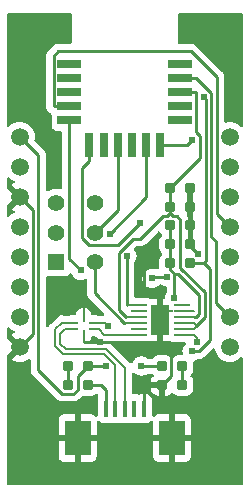
<source format=gtl>
G04 #@! TF.GenerationSoftware,KiCad,Pcbnew,(6.0.7-1)-1*
G04 #@! TF.CreationDate,2022-09-24T13:58:25+09:00*
G04 #@! TF.ProjectId,EB-BM71,45422d42-4d37-4312-9e6b-696361645f70,V1.0*
G04 #@! TF.SameCoordinates,Original*
G04 #@! TF.FileFunction,Copper,L1,Top*
G04 #@! TF.FilePolarity,Positive*
%FSLAX46Y46*%
G04 Gerber Fmt 4.6, Leading zero omitted, Abs format (unit mm)*
G04 Created by KiCad (PCBNEW (6.0.7-1)-1) date 2022-09-24 13:58:25*
%MOMM*%
%LPD*%
G01*
G04 APERTURE LIST*
G04 Aperture macros list*
%AMRoundRect*
0 Rectangle with rounded corners*
0 $1 Rounding radius*
0 $2 $3 $4 $5 $6 $7 $8 $9 X,Y pos of 4 corners*
0 Add a 4 corners polygon primitive as box body*
4,1,4,$2,$3,$4,$5,$6,$7,$8,$9,$2,$3,0*
0 Add four circle primitives for the rounded corners*
1,1,$1+$1,$2,$3*
1,1,$1+$1,$4,$5*
1,1,$1+$1,$6,$7*
1,1,$1+$1,$8,$9*
0 Add four rect primitives between the rounded corners*
20,1,$1+$1,$2,$3,$4,$5,0*
20,1,$1+$1,$4,$5,$6,$7,0*
20,1,$1+$1,$6,$7,$8,$9,0*
20,1,$1+$1,$8,$9,$2,$3,0*%
G04 Aperture macros list end*
G04 #@! TA.AperFunction,ComponentPad*
%ADD10C,1.500000*%
G04 #@! TD*
G04 #@! TA.AperFunction,SMDPad,CuDef*
%ADD11RoundRect,0.200000X-0.250000X-0.200000X0.250000X-0.200000X0.250000X0.200000X-0.250000X0.200000X0*%
G04 #@! TD*
G04 #@! TA.AperFunction,SMDPad,CuDef*
%ADD12R,0.400000X1.400000*%
G04 #@! TD*
G04 #@! TA.AperFunction,ComponentPad*
%ADD13R,2.200000X3.000000*%
G04 #@! TD*
G04 #@! TA.AperFunction,SMDPad,CuDef*
%ADD14R,1.400000X0.150000*%
G04 #@! TD*
G04 #@! TA.AperFunction,SMDPad,CuDef*
%ADD15R,0.350000X0.150000*%
G04 #@! TD*
G04 #@! TA.AperFunction,SMDPad,CuDef*
%ADD16R,1.500000X2.500000*%
G04 #@! TD*
G04 #@! TA.AperFunction,ComponentPad*
%ADD17R,2.000000X0.800000*%
G04 #@! TD*
G04 #@! TA.AperFunction,ComponentPad*
%ADD18R,0.800000X2.000000*%
G04 #@! TD*
G04 #@! TA.AperFunction,SMDPad,CuDef*
%ADD19R,0.675000X0.200000*%
G04 #@! TD*
G04 #@! TA.AperFunction,SMDPad,CuDef*
%ADD20R,0.200000X0.700000*%
G04 #@! TD*
G04 #@! TA.AperFunction,SMDPad,CuDef*
%ADD21RoundRect,0.200000X0.250000X0.200000X-0.250000X0.200000X-0.250000X-0.200000X0.250000X-0.200000X0*%
G04 #@! TD*
G04 #@! TA.AperFunction,ComponentPad*
%ADD22R,1.400000X1.400000*%
G04 #@! TD*
G04 #@! TA.AperFunction,ComponentPad*
%ADD23C,1.400000*%
G04 #@! TD*
G04 #@! TA.AperFunction,ViaPad*
%ADD24C,0.609600*%
G04 #@! TD*
G04 #@! TA.AperFunction,Conductor*
%ADD25C,0.254000*%
G04 #@! TD*
G04 #@! TA.AperFunction,Conductor*
%ADD26C,0.152400*%
G04 #@! TD*
G04 #@! TA.AperFunction,Conductor*
%ADD27C,0.203200*%
G04 #@! TD*
G04 APERTURE END LIST*
D10*
X8890000Y0D03*
X8890000Y-2540000D03*
X8890000Y-5080000D03*
X8890000Y-7620000D03*
X8890000Y-10160000D03*
X8890000Y-12700000D03*
X8890000Y-15240000D03*
X8890000Y-17780000D03*
D11*
X3150000Y-21000000D03*
X4850000Y-21000000D03*
D12*
X-1600000Y-23000000D03*
X-800000Y-23000000D03*
X0Y-23000000D03*
X800000Y-23000000D03*
X1600000Y-23000000D03*
D13*
X4000000Y-25500000D03*
X-4000000Y-25500000D03*
D11*
X3850000Y-7500000D03*
X5550000Y-7500000D03*
X3850000Y-10700000D03*
X5550000Y-10700000D03*
X3850000Y-9100000D03*
X5550000Y-9100000D03*
X-4850000Y-21000000D03*
X-3150000Y-21000000D03*
X3850000Y-5900000D03*
X5550000Y-5900000D03*
D14*
X4800000Y-16750000D03*
X4800000Y-16250000D03*
X4800000Y-15750000D03*
X4800000Y-15250000D03*
X4800000Y-14750000D03*
X4800000Y-14250000D03*
X1200000Y-14250000D03*
X1200000Y-14750000D03*
X1200000Y-15250000D03*
X1200000Y-15750000D03*
X1200000Y-16250000D03*
X1200000Y-16750000D03*
D15*
X3925000Y-14750000D03*
D16*
X3000000Y-15500000D03*
D11*
X3850000Y-4300000D03*
X5550000Y-4300000D03*
D17*
X-4700000Y6200000D03*
X-4700000Y5000000D03*
X-4700000Y3800000D03*
X-4700000Y2600000D03*
X-4700000Y1400000D03*
D18*
X-3000000Y-700000D03*
X-1800000Y-700000D03*
X-600000Y-700000D03*
X600000Y-700000D03*
X1800000Y-700000D03*
X3000000Y-700000D03*
D17*
X4700000Y1400000D03*
X4700000Y2600000D03*
X4700000Y3800000D03*
X4700000Y5000000D03*
X4700000Y6200000D03*
D11*
X3150000Y-19400000D03*
X4850000Y-19400000D03*
D10*
X-8890000Y0D03*
X-8890000Y-2540000D03*
X-8890000Y-5080000D03*
X-8890000Y-7620000D03*
X-8890000Y-10160000D03*
X-8890000Y-12700000D03*
X-8890000Y-15240000D03*
X-8890000Y-17780000D03*
D19*
X-4287500Y-16275000D03*
X-4287500Y-15725000D03*
D20*
X-3500000Y-15350000D03*
D19*
X-2712500Y-15725000D03*
X-2712500Y-16275000D03*
D20*
X-3500000Y-16650000D03*
D21*
X-3150000Y-19400000D03*
X-4850000Y-19400000D03*
D22*
X-5850000Y-10600000D03*
D23*
X-5850000Y-8100000D03*
X-5850000Y-5600000D03*
X-2550000Y-10600000D03*
X-2550000Y-8100000D03*
X-2550000Y-5600000D03*
D24*
X4185900Y-13630600D03*
X-1600000Y-19400000D03*
X1400000Y-19400000D03*
X-8000000Y-22000000D03*
X-2130500Y-17330500D03*
X-8000000Y-25000000D03*
X8000000Y9000000D03*
X-3400000Y-14100000D03*
X8000000Y-22000000D03*
X-8000000Y9000000D03*
X-9000000Y4000000D03*
X8000000Y-28000000D03*
X8000000Y-25000000D03*
X-6000000Y-14000000D03*
X2527500Y-10368200D03*
X1650900Y-13400900D03*
X6207300Y-9900400D03*
X-8000000Y-28000000D03*
X-1289000Y-8201500D03*
X6686200Y3397900D03*
X5690200Y-18160800D03*
X5723000Y-253000D03*
X1273700Y-7260300D03*
X-3753500Y-11281400D03*
X2289800Y-11976000D03*
X3560500Y-11829600D03*
X169400Y-10079200D03*
X-1400000Y-16000000D03*
X6100000Y-17400000D03*
D25*
X4195500Y-11566574D02*
X4518096Y-11566574D01*
X6307000Y-13355478D02*
X6307000Y-15000000D01*
D26*
X4800000Y-15250000D02*
X5850000Y-15250000D01*
D25*
X4195500Y-11566574D02*
X4195500Y-13621000D01*
X4518096Y-11566574D02*
X6307000Y-13355478D01*
X-4007900Y-20257900D02*
X-3150000Y-19400000D01*
X3850000Y-11221074D02*
X4195500Y-11566574D01*
X-7330000Y-1560000D02*
X-7330000Y-19744100D01*
X3850000Y-9100000D02*
X3850000Y-7500000D01*
X-3150000Y-19400000D02*
X-1600000Y-19400000D01*
X3850000Y-10700000D02*
X3850000Y-11221074D01*
X-4007900Y-21397800D02*
X-4007900Y-20257900D01*
X-4357000Y-21746900D02*
X-4007900Y-21397800D01*
X-7330000Y-19744100D02*
X-5327200Y-21746900D01*
X1400000Y-19400000D02*
X3150000Y-19400000D01*
X-5327200Y-21746900D02*
X-4357000Y-21746900D01*
X3850000Y-10700000D02*
X3850000Y-9100000D01*
X6057000Y-15250000D02*
X5850000Y-15250000D01*
X4195500Y-13621000D02*
X4185900Y-13630600D01*
X6307000Y-15000000D02*
X6057000Y-15250000D01*
X-8890000Y0D02*
X-7330000Y-1560000D01*
X-7795500Y-16685500D02*
X-8890000Y-17780000D01*
X1600000Y-23000000D02*
X1600000Y-21400000D01*
D26*
X-3500000Y-16650000D02*
X-3500000Y-17330500D01*
X-3500000Y-14200000D02*
X-3400000Y-14100000D01*
D25*
X2000000Y-21000000D02*
X3150000Y-21000000D01*
X-7795500Y-6174500D02*
X-7795500Y-16685500D01*
X1600000Y-23000000D02*
X1600000Y-23515200D01*
X3937700Y-18522200D02*
X2746000Y-17330500D01*
D26*
X4800000Y-14750000D02*
X5850000Y-14750000D01*
D25*
X3150000Y-21000000D02*
X3937700Y-20212300D01*
X3937700Y-20212300D02*
X3937700Y-18522200D01*
X1650900Y-11244800D02*
X1650900Y-13400900D01*
X5550000Y-7500000D02*
X5550000Y-9100000D01*
X-8890000Y-5080000D02*
X-7795500Y-6174500D01*
X5550000Y-9100000D02*
X5550000Y-9243100D01*
D26*
X-3500000Y-15350000D02*
X-3500000Y-14200000D01*
D25*
X2527500Y-10368200D02*
X1650900Y-11244800D01*
X5550000Y-9243100D02*
X6207300Y-9900400D01*
X2746000Y-17330500D02*
X-2130500Y-17330500D01*
X1600000Y-21400000D02*
X2000000Y-21000000D01*
X5550000Y-5900000D02*
X5550000Y-4300000D01*
X5550000Y-5900000D02*
X5550000Y-7500000D01*
X-2130500Y-17330500D02*
X-3500000Y-17330500D01*
D26*
X4800000Y-16250000D02*
X5850000Y-16250000D01*
X6000000Y-16000000D02*
X6000000Y-15900000D01*
D25*
X4100000Y-6700000D02*
X4400000Y-6700000D01*
D26*
X1200000Y-15250000D02*
X109700Y-15250000D01*
D25*
X6764200Y-15235800D02*
X6000000Y-16000000D01*
X4707900Y-7007900D02*
X4707900Y-11109800D01*
X6381200Y-1768800D02*
X6381200Y49800D01*
X4400000Y-6700000D02*
X4707900Y-7007900D01*
D26*
X6000000Y-16100000D02*
X6000000Y-16000000D01*
X6000000Y-15900000D02*
X5850000Y-15750000D01*
D25*
X4707900Y-11109800D02*
X6764200Y-13166100D01*
X3600000Y-6700000D02*
X3850000Y-6450000D01*
X3850000Y-4300000D02*
X6381200Y-1768800D01*
X-517900Y-9831900D02*
X708400Y-8605600D01*
X708400Y-8605600D02*
X1294400Y-8605600D01*
X3850000Y-5900000D02*
X3850000Y-4300000D01*
X109700Y-15250000D02*
X-517900Y-14622400D01*
X1294400Y-8605600D02*
X3200000Y-6700000D01*
X6381200Y49800D02*
X6030500Y400500D01*
X6030500Y400500D02*
X6030500Y3800000D01*
D26*
X109700Y-15250000D02*
X50000Y-15250000D01*
X5850000Y-16250000D02*
X6000000Y-16100000D01*
D25*
X3200000Y-6700000D02*
X3600000Y-6700000D01*
X6764200Y-13166100D02*
X6764200Y-15235800D01*
X3850000Y-6450000D02*
X4100000Y-6700000D01*
D26*
X5850000Y-15750000D02*
X4800000Y-15750000D01*
D25*
X-517900Y-14622400D02*
X-517900Y-9831900D01*
X3850000Y-6450000D02*
X3850000Y-5900000D01*
X4700000Y3800000D02*
X6030500Y3800000D01*
X4850000Y-19400000D02*
X4850000Y-21000000D01*
X-4850000Y-19400000D02*
X-4850000Y-21000000D01*
X-1600000Y-21400000D02*
X-2000000Y-21000000D01*
X-1600000Y-23000000D02*
X-1600000Y-21400000D01*
X-2000000Y-21000000D02*
X-3150000Y-21000000D01*
D26*
X-4287500Y-15725000D02*
X-5325000Y-15725000D01*
D27*
X-5900000Y-16300000D02*
X-5325000Y-15725000D01*
X-5200000Y-18400000D02*
X-5900000Y-17700000D01*
X-800000Y-19337900D02*
X-1737900Y-18400000D01*
X-5900000Y-17700000D02*
X-5900000Y-16300000D01*
X-800000Y-23000000D02*
X-800000Y-19337900D01*
X-1737900Y-18400000D02*
X-5200000Y-18400000D01*
X-5493600Y-16693600D02*
X-5075000Y-16275000D01*
D26*
X-4287500Y-16275000D02*
X-5075000Y-16275000D01*
D27*
X-5006400Y-17993600D02*
X-5493600Y-17506400D01*
X-1569600Y-17993600D02*
X-5006400Y-17993600D01*
X0Y-23000000D02*
X0Y-19563200D01*
X0Y-19563200D02*
X-1569600Y-17993600D01*
X-5493600Y-17506400D02*
X-5493600Y-16693600D01*
D25*
X1800000Y-5112500D02*
X-1289000Y-8201500D01*
X1800000Y-700000D02*
X1800000Y-5112500D01*
X5550000Y-10700000D02*
X6716500Y-10700000D01*
X6873300Y-10543200D02*
X6873300Y3210800D01*
X6270600Y-18160800D02*
X5690200Y-18160800D01*
X6873300Y3210800D02*
X6686200Y3397900D01*
X7221800Y-11205300D02*
X7221800Y-17209600D01*
X6716500Y-10700000D02*
X7221800Y-11205300D01*
X7221800Y-17209600D02*
X6270600Y-18160800D01*
X6716500Y-10700000D02*
X6873300Y-10543200D01*
X3000000Y-700000D02*
X5276000Y-700000D01*
X5276000Y-700000D02*
X5723000Y-253000D01*
X7788500Y5047200D02*
X7788500Y-6518500D01*
X-5644100Y7237600D02*
X5598100Y7237600D01*
X5598100Y7237600D02*
X7788500Y5047200D01*
X7788500Y-6518500D02*
X8890000Y-7620000D01*
X-6030500Y2600000D02*
X-6030500Y6851200D01*
X-4700000Y2600000D02*
X-6030500Y2600000D01*
X-6030500Y6851200D02*
X-5644100Y7237600D01*
X-620800Y-9154800D02*
X-3001500Y-9154800D01*
X1273700Y-7260300D02*
X-620800Y-9154800D01*
X-3000000Y-700000D02*
X-3000000Y-2030500D01*
X-3587100Y-8569200D02*
X-3587100Y-2617600D01*
X-3001500Y-9154800D02*
X-3587100Y-8569200D01*
X-3587100Y-2617600D02*
X-3000000Y-2030500D01*
X3560500Y-11829600D02*
X2436200Y-11829600D01*
X-4700000Y-10334900D02*
X-3753500Y-11281400D01*
X2436200Y-11829600D02*
X2289800Y-11976000D01*
X-4700000Y1400000D02*
X-4700000Y-10334900D01*
X7330900Y-8458700D02*
X7679400Y-8807200D01*
X4700000Y5000000D02*
X6030500Y5000000D01*
X7330900Y3699600D02*
X7330900Y-8458700D01*
X6030500Y5000000D02*
X7330900Y3699600D01*
X7679400Y-8807200D02*
X7679400Y-14029400D01*
X7679400Y-14029400D02*
X8890000Y-15240000D01*
D26*
X1200000Y-14250000D02*
X169400Y-14250000D01*
D25*
X169400Y-14250000D02*
X169400Y-10079200D01*
X-50200Y-15750000D02*
X-2550000Y-13250200D01*
X50000Y-15750000D02*
X-50200Y-15750000D01*
X-2550000Y-13250200D02*
X-2550000Y-10600000D01*
D26*
X1200000Y-15750000D02*
X50000Y-15750000D01*
D25*
X-600000Y-2030500D02*
X-600000Y-6150000D01*
X-600000Y-700000D02*
X-600000Y-2030500D01*
X-600000Y-6150000D02*
X-2550000Y-8100000D01*
D26*
X-2712500Y-15725000D02*
X-1675000Y-15725000D01*
X6100000Y-17400000D02*
X6100000Y-17000000D01*
X6100000Y-17000000D02*
X5850000Y-16750000D01*
X-1675000Y-15725000D02*
X-1400000Y-16000000D01*
X5850000Y-16750000D02*
X4800000Y-16750000D01*
X-2225000Y-16275000D02*
X-2712500Y-16275000D01*
X-1750000Y-16750000D02*
X-2225000Y-16275000D01*
X1200000Y-16750000D02*
X-1750000Y-16750000D01*
G04 #@! TA.AperFunction,Conductor*
G36*
X-9782988Y-16127253D02*
G01*
X-9776405Y-16133382D01*
X-9702038Y-16207749D01*
X-9697529Y-16210906D01*
X-9697527Y-16210908D01*
X-9680035Y-16223156D01*
X-9521654Y-16334056D01*
X-9516672Y-16336379D01*
X-9516667Y-16336382D01*
X-9388641Y-16396081D01*
X-9335356Y-16442998D01*
X-9315895Y-16511276D01*
X-9336437Y-16579236D01*
X-9388641Y-16624471D01*
X-9516417Y-16684054D01*
X-9525907Y-16689534D01*
X-9567149Y-16718411D01*
X-9575523Y-16728886D01*
X-9568455Y-16742333D01*
X-8619884Y-17690905D01*
X-8585859Y-17753217D01*
X-8590924Y-17824033D01*
X-8619885Y-17869095D01*
X-8890000Y-18139210D01*
X-9569176Y-18818387D01*
X-9575606Y-18830162D01*
X-9566310Y-18842176D01*
X-9525912Y-18870464D01*
X-9516416Y-18875947D01*
X-9326887Y-18964326D01*
X-9316595Y-18968072D01*
X-9114599Y-19022196D01*
X-9103804Y-19024099D01*
X-8895475Y-19042326D01*
X-8884525Y-19042326D01*
X-8676196Y-19024099D01*
X-8665401Y-19022196D01*
X-8463405Y-18968072D01*
X-8453113Y-18964326D01*
X-8263584Y-18875947D01*
X-8254088Y-18870464D01*
X-8163771Y-18807223D01*
X-8096497Y-18784535D01*
X-8027636Y-18801820D01*
X-7979052Y-18853590D01*
X-7965500Y-18910436D01*
X-7965500Y-19665080D01*
X-7966030Y-19676314D01*
X-7967708Y-19683819D01*
X-7967459Y-19691738D01*
X-7965562Y-19752112D01*
X-7965500Y-19756069D01*
X-7965500Y-19784083D01*
X-7965004Y-19788008D01*
X-7965004Y-19788009D01*
X-7964992Y-19788104D01*
X-7964059Y-19799949D01*
X-7962665Y-19844305D01*
X-7960453Y-19851917D01*
X-7956987Y-19863848D01*
X-7952977Y-19883212D01*
X-7951652Y-19893699D01*
X-7950427Y-19903399D01*
X-7947511Y-19910763D01*
X-7947510Y-19910768D01*
X-7934093Y-19944656D01*
X-7930248Y-19955885D01*
X-7917869Y-19998493D01*
X-7913831Y-20005320D01*
X-7913830Y-20005323D01*
X-7907512Y-20016006D01*
X-7898812Y-20033764D01*
X-7894239Y-20045315D01*
X-7894235Y-20045321D01*
X-7891319Y-20052688D01*
X-7886661Y-20059099D01*
X-7886660Y-20059101D01*
X-7865236Y-20088588D01*
X-7858719Y-20098510D01*
X-7840174Y-20129868D01*
X-7840171Y-20129872D01*
X-7836134Y-20136698D01*
X-7821750Y-20151082D01*
X-7808909Y-20166116D01*
X-7803161Y-20174028D01*
X-7796942Y-20182587D01*
X-7790834Y-20187640D01*
X-7762745Y-20210877D01*
X-7753965Y-20218867D01*
X-5832450Y-22140383D01*
X-5824874Y-22148709D01*
X-5820753Y-22155203D01*
X-5814978Y-22160626D01*
X-5770935Y-22201985D01*
X-5768093Y-22204740D01*
X-5748294Y-22224539D01*
X-5745169Y-22226963D01*
X-5745160Y-22226971D01*
X-5745074Y-22227037D01*
X-5736049Y-22234745D01*
X-5703706Y-22265117D01*
X-5696762Y-22268935D01*
X-5696760Y-22268936D01*
X-5685871Y-22274922D01*
X-5669353Y-22285773D01*
X-5653267Y-22298250D01*
X-5612534Y-22315876D01*
X-5601886Y-22321093D01*
X-5590258Y-22327485D01*
X-5563003Y-22342469D01*
X-5555328Y-22344440D01*
X-5555322Y-22344442D01*
X-5543289Y-22347531D01*
X-5524587Y-22353934D01*
X-5505908Y-22362017D01*
X-5472382Y-22367327D01*
X-5462073Y-22368960D01*
X-5450460Y-22371365D01*
X-5407482Y-22382400D01*
X-5387135Y-22382400D01*
X-5367423Y-22383951D01*
X-5347321Y-22387135D01*
X-5339429Y-22386389D01*
X-5303144Y-22382959D01*
X-5291286Y-22382400D01*
X-4436020Y-22382400D01*
X-4424786Y-22382930D01*
X-4417281Y-22384608D01*
X-4348988Y-22382462D01*
X-4345031Y-22382400D01*
X-4317017Y-22382400D01*
X-4313092Y-22381904D01*
X-4313091Y-22381904D01*
X-4312996Y-22381892D01*
X-4301151Y-22380959D01*
X-4271330Y-22380022D01*
X-4264718Y-22379814D01*
X-4264717Y-22379814D01*
X-4256795Y-22379565D01*
X-4237251Y-22373887D01*
X-4217888Y-22369877D01*
X-4205560Y-22368320D01*
X-4205558Y-22368320D01*
X-4197701Y-22367327D01*
X-4190337Y-22364411D01*
X-4190332Y-22364410D01*
X-4156444Y-22350993D01*
X-4145215Y-22347148D01*
X-4128535Y-22342302D01*
X-4102607Y-22334769D01*
X-4095780Y-22330731D01*
X-4095777Y-22330730D01*
X-4085094Y-22324412D01*
X-4067336Y-22315712D01*
X-4055785Y-22311139D01*
X-4055779Y-22311135D01*
X-4048412Y-22308219D01*
X-4039023Y-22301398D01*
X-4012512Y-22282136D01*
X-4002590Y-22275619D01*
X-3971232Y-22257074D01*
X-3971228Y-22257071D01*
X-3964402Y-22253034D01*
X-3950018Y-22238650D01*
X-3934984Y-22225809D01*
X-3924927Y-22218502D01*
X-3918513Y-22213842D01*
X-3890228Y-22179651D01*
X-3882238Y-22170870D01*
X-3646357Y-21934990D01*
X-3584045Y-21900965D01*
X-3533900Y-21900550D01*
X-3530062Y-21901753D01*
X-3523410Y-21902364D01*
X-3523406Y-21902365D01*
X-3493387Y-21905123D01*
X-3456635Y-21908500D01*
X-3453737Y-21908500D01*
X-3149205Y-21908499D01*
X-2843366Y-21908499D01*
X-2840508Y-21908236D01*
X-2840499Y-21908236D01*
X-2804996Y-21904974D01*
X-2769938Y-21901753D01*
X-2754063Y-21896778D01*
X-2613550Y-21852744D01*
X-2613548Y-21852743D01*
X-2606301Y-21850472D01*
X-2459619Y-21761639D01*
X-2450595Y-21752615D01*
X-2388283Y-21718589D01*
X-2317468Y-21723654D01*
X-2260632Y-21766201D01*
X-2235821Y-21832721D01*
X-2235500Y-21841710D01*
X-2235500Y-21996103D01*
X-2249881Y-22052316D01*
X-2250615Y-22053295D01*
X-2253766Y-22061701D01*
X-2253768Y-22061704D01*
X-2283263Y-22140383D01*
X-2301745Y-22189684D01*
X-2308500Y-22251866D01*
X-2308500Y-23563893D01*
X-2328502Y-23632014D01*
X-2382158Y-23678507D01*
X-2452432Y-23688611D01*
X-2517012Y-23659117D01*
X-2525136Y-23650397D01*
X-2525365Y-23650626D01*
X-2544276Y-23631715D01*
X-2646351Y-23555214D01*
X-2661946Y-23546676D01*
X-2782394Y-23501522D01*
X-2797649Y-23497895D01*
X-2848514Y-23492369D01*
X-2855328Y-23492000D01*
X-3727885Y-23492000D01*
X-3743124Y-23496475D01*
X-3744329Y-23497865D01*
X-3746000Y-23505548D01*
X-3746000Y-25227885D01*
X-3741525Y-25243124D01*
X-3740135Y-25244329D01*
X-3732452Y-25246000D01*
X-2410116Y-25246000D01*
X-2394877Y-25241525D01*
X-2393672Y-25240135D01*
X-2392001Y-25232452D01*
X-2392001Y-24136272D01*
X-2371999Y-24068151D01*
X-2318343Y-24021658D01*
X-2248069Y-24011554D01*
X-2183489Y-24041048D01*
X-2175203Y-24049942D01*
X-2174992Y-24049731D01*
X-2168642Y-24056081D01*
X-2163261Y-24063261D01*
X-2046705Y-24150615D01*
X-1910316Y-24201745D01*
X-1848134Y-24208500D01*
X-1351866Y-24208500D01*
X-1347254Y-24207999D01*
X-1297534Y-24202598D01*
X-1297532Y-24202598D01*
X-1289684Y-24201745D01*
X-1282291Y-24198973D01*
X-1282289Y-24198973D01*
X-1244229Y-24184705D01*
X-1173422Y-24179522D01*
X-1155771Y-24184705D01*
X-1117711Y-24198973D01*
X-1117709Y-24198973D01*
X-1110316Y-24201745D01*
X-1102468Y-24202598D01*
X-1102466Y-24202598D01*
X-1052746Y-24207999D01*
X-1048134Y-24208500D01*
X-551866Y-24208500D01*
X-547254Y-24207999D01*
X-497534Y-24202598D01*
X-497532Y-24202598D01*
X-489684Y-24201745D01*
X-482291Y-24198973D01*
X-482289Y-24198973D01*
X-444229Y-24184705D01*
X-373422Y-24179522D01*
X-355771Y-24184705D01*
X-317711Y-24198973D01*
X-317709Y-24198973D01*
X-310316Y-24201745D01*
X-302468Y-24202598D01*
X-302466Y-24202598D01*
X-252746Y-24207999D01*
X-248134Y-24208500D01*
X248134Y-24208500D01*
X252746Y-24207999D01*
X302466Y-24202598D01*
X302468Y-24202598D01*
X310316Y-24201745D01*
X317709Y-24198973D01*
X317711Y-24198973D01*
X355771Y-24184705D01*
X426578Y-24179522D01*
X444229Y-24184705D01*
X482289Y-24198973D01*
X482291Y-24198973D01*
X489684Y-24201745D01*
X497532Y-24202598D01*
X497534Y-24202598D01*
X547254Y-24207999D01*
X551866Y-24208500D01*
X1048134Y-24208500D01*
X1110316Y-24201745D01*
X1156482Y-24184438D01*
X1227289Y-24179255D01*
X1244942Y-24184438D01*
X1282394Y-24198478D01*
X1297649Y-24202105D01*
X1348514Y-24207631D01*
X1355328Y-24208000D01*
X1381885Y-24208000D01*
X1391748Y-24205104D01*
X1427246Y-24200000D01*
X1763228Y-24200000D01*
X1790010Y-24202879D01*
X1813547Y-24207999D01*
X1844669Y-24207999D01*
X1851490Y-24207629D01*
X1902352Y-24202105D01*
X1917604Y-24198479D01*
X2038054Y-24153324D01*
X2053649Y-24144786D01*
X2155724Y-24068285D01*
X2174635Y-24049374D01*
X2176596Y-24051335D01*
X2222030Y-24017361D01*
X2292849Y-24012334D01*
X2355143Y-24046392D01*
X2389135Y-24108722D01*
X2392000Y-24135440D01*
X2392000Y-25227885D01*
X2396475Y-25243124D01*
X2397865Y-25244329D01*
X2405548Y-25246000D01*
X3727885Y-25246000D01*
X3743124Y-25241525D01*
X3744329Y-25240135D01*
X3746000Y-25232452D01*
X3746000Y-25227885D01*
X4254000Y-25227885D01*
X4258475Y-25243124D01*
X4259865Y-25244329D01*
X4267548Y-25246000D01*
X5589884Y-25246000D01*
X5605123Y-25241525D01*
X5606328Y-25240135D01*
X5607999Y-25232452D01*
X5607999Y-23955331D01*
X5607629Y-23948510D01*
X5602105Y-23897648D01*
X5598479Y-23882396D01*
X5553324Y-23761946D01*
X5544786Y-23746351D01*
X5468285Y-23644276D01*
X5455724Y-23631715D01*
X5353649Y-23555214D01*
X5338054Y-23546676D01*
X5217606Y-23501522D01*
X5202351Y-23497895D01*
X5151486Y-23492369D01*
X5144672Y-23492000D01*
X4272115Y-23492000D01*
X4256876Y-23496475D01*
X4255671Y-23497865D01*
X4254000Y-23505548D01*
X4254000Y-25227885D01*
X3746000Y-25227885D01*
X3746000Y-23510116D01*
X3741525Y-23494877D01*
X3740135Y-23493672D01*
X3732452Y-23492001D01*
X2855331Y-23492001D01*
X2848510Y-23492371D01*
X2797648Y-23497895D01*
X2782396Y-23501521D01*
X2661946Y-23546676D01*
X2646351Y-23555214D01*
X2544276Y-23631715D01*
X2525365Y-23650626D01*
X2523404Y-23648665D01*
X2477970Y-23682639D01*
X2407151Y-23687666D01*
X2344857Y-23653608D01*
X2310865Y-23591278D01*
X2308000Y-23564560D01*
X2308000Y-23218115D01*
X2305104Y-23208252D01*
X2300000Y-23172754D01*
X2300000Y-22836772D01*
X2302879Y-22809990D01*
X2307999Y-22786453D01*
X2307999Y-22255331D01*
X2307629Y-22248510D01*
X2302105Y-22197648D01*
X2298479Y-22182396D01*
X2253324Y-22061946D01*
X2244786Y-22046351D01*
X2168285Y-21944276D01*
X2155724Y-21931715D01*
X2053649Y-21855214D01*
X2038054Y-21846676D01*
X1917606Y-21801522D01*
X1902351Y-21797895D01*
X1851486Y-21792369D01*
X1844672Y-21792000D01*
X1818115Y-21792000D01*
X1808252Y-21794896D01*
X1772754Y-21800000D01*
X1436772Y-21800000D01*
X1409990Y-21797121D01*
X1386453Y-21792001D01*
X1355331Y-21792001D01*
X1348510Y-21792371D01*
X1297648Y-21797895D01*
X1282396Y-21801521D01*
X1244942Y-21815562D01*
X1174135Y-21820745D01*
X1156482Y-21815562D01*
X1110316Y-21798255D01*
X1048134Y-21791500D01*
X736100Y-21791500D01*
X667979Y-21771498D01*
X621486Y-21717842D01*
X610100Y-21665500D01*
X610100Y-21264294D01*
X2192709Y-21264294D01*
X2198132Y-21323315D01*
X2200743Y-21336351D01*
X2247715Y-21486243D01*
X2253921Y-21499988D01*
X2334824Y-21633574D01*
X2344131Y-21645443D01*
X2454557Y-21755869D01*
X2466426Y-21765176D01*
X2600012Y-21846079D01*
X2613757Y-21852285D01*
X2763644Y-21899256D01*
X2776694Y-21901869D01*
X2840521Y-21907734D01*
X2846309Y-21908000D01*
X2877885Y-21908000D01*
X2893124Y-21903525D01*
X2894329Y-21902135D01*
X2896000Y-21894452D01*
X2896000Y-21272115D01*
X2891525Y-21256876D01*
X2890135Y-21255671D01*
X2882452Y-21254000D01*
X2210116Y-21254000D01*
X2194877Y-21258475D01*
X2193672Y-21259865D01*
X2192709Y-21264294D01*
X610100Y-21264294D01*
X610100Y-20064752D01*
X630102Y-19996631D01*
X683758Y-19950138D01*
X754032Y-19940034D01*
X818612Y-19969528D01*
X826737Y-19977225D01*
X878303Y-20030623D01*
X884195Y-20034478D01*
X884199Y-20034482D01*
X1000986Y-20110905D01*
X1030981Y-20130533D01*
X1037585Y-20132989D01*
X1037587Y-20132990D01*
X1086235Y-20151082D01*
X1202000Y-20194135D01*
X1382860Y-20218267D01*
X1389871Y-20217629D01*
X1389875Y-20217629D01*
X1529580Y-20204914D01*
X1564571Y-20201729D01*
X1571273Y-20199551D01*
X1571275Y-20199551D01*
X1731405Y-20147522D01*
X1731408Y-20147521D01*
X1738104Y-20145345D01*
X1764067Y-20129868D01*
X1892561Y-20053271D01*
X1957078Y-20035500D01*
X2281290Y-20035500D01*
X2349411Y-20055502D01*
X2370385Y-20072405D01*
X2409239Y-20111259D01*
X2443265Y-20173571D01*
X2438200Y-20244386D01*
X2409239Y-20289449D01*
X2344131Y-20354557D01*
X2334824Y-20366426D01*
X2253921Y-20500012D01*
X2247715Y-20513757D01*
X2200744Y-20663644D01*
X2198131Y-20676694D01*
X2193087Y-20731586D01*
X2196475Y-20743124D01*
X2197865Y-20744329D01*
X2205548Y-20746000D01*
X3278000Y-20746000D01*
X3346121Y-20766002D01*
X3392614Y-20819658D01*
X3404000Y-20872000D01*
X3404000Y-21889884D01*
X3408475Y-21905123D01*
X3409865Y-21906328D01*
X3417548Y-21907999D01*
X3453705Y-21907999D01*
X3459454Y-21907736D01*
X3523315Y-21901868D01*
X3536351Y-21899257D01*
X3686243Y-21852285D01*
X3699988Y-21846079D01*
X3833574Y-21765176D01*
X3845443Y-21755869D01*
X3910551Y-21690761D01*
X3972863Y-21656735D01*
X4043678Y-21661800D01*
X4088741Y-21690761D01*
X4159619Y-21761639D01*
X4306301Y-21850472D01*
X4313548Y-21852743D01*
X4313550Y-21852744D01*
X4379836Y-21873517D01*
X4469938Y-21901753D01*
X4543365Y-21908500D01*
X4546263Y-21908500D01*
X4850795Y-21908499D01*
X5156634Y-21908499D01*
X5159492Y-21908236D01*
X5159501Y-21908236D01*
X5195004Y-21904974D01*
X5230062Y-21901753D01*
X5245937Y-21896778D01*
X5386450Y-21852744D01*
X5386452Y-21852743D01*
X5393699Y-21850472D01*
X5540381Y-21761639D01*
X5661639Y-21640381D01*
X5750472Y-21493699D01*
X5801753Y-21330062D01*
X5808500Y-21256635D01*
X5808499Y-20743366D01*
X5801753Y-20669938D01*
X5755505Y-20522361D01*
X5752744Y-20513550D01*
X5752743Y-20513548D01*
X5750472Y-20506301D01*
X5661639Y-20359619D01*
X5591115Y-20289095D01*
X5557089Y-20226783D01*
X5562154Y-20155968D01*
X5591115Y-20110905D01*
X5661639Y-20040381D01*
X5750472Y-19893699D01*
X5753759Y-19883212D01*
X5793603Y-19756069D01*
X5801753Y-19730062D01*
X5808500Y-19656635D01*
X5808499Y-19143366D01*
X5808234Y-19140474D01*
X5805180Y-19107241D01*
X5802918Y-19082620D01*
X5816604Y-19012956D01*
X5865781Y-18961749D01*
X5889454Y-18951260D01*
X6021605Y-18908322D01*
X6021608Y-18908321D01*
X6028304Y-18906145D01*
X6038938Y-18899806D01*
X6180797Y-18815242D01*
X6241356Y-18797533D01*
X6275126Y-18796472D01*
X6278613Y-18796362D01*
X6282569Y-18796300D01*
X6310583Y-18796300D01*
X6314508Y-18795804D01*
X6314509Y-18795804D01*
X6314604Y-18795792D01*
X6326449Y-18794859D01*
X6356270Y-18793922D01*
X6362882Y-18793714D01*
X6362883Y-18793714D01*
X6370805Y-18793465D01*
X6390349Y-18787787D01*
X6409712Y-18783777D01*
X6422040Y-18782220D01*
X6422042Y-18782220D01*
X6429899Y-18781227D01*
X6437263Y-18778311D01*
X6437268Y-18778310D01*
X6471156Y-18764893D01*
X6482385Y-18761048D01*
X6499065Y-18756202D01*
X6524993Y-18748669D01*
X6531820Y-18744631D01*
X6531823Y-18744630D01*
X6542506Y-18738312D01*
X6560264Y-18729612D01*
X6571815Y-18725039D01*
X6571821Y-18725035D01*
X6579188Y-18722119D01*
X6615091Y-18696034D01*
X6625010Y-18689519D01*
X6656368Y-18670974D01*
X6656372Y-18670971D01*
X6663198Y-18666934D01*
X6677582Y-18652550D01*
X6692616Y-18639709D01*
X6702673Y-18632402D01*
X6709087Y-18627742D01*
X6737373Y-18593550D01*
X6745363Y-18584769D01*
X7429468Y-17900665D01*
X7491780Y-17866640D01*
X7562596Y-17871705D01*
X7619431Y-17914252D01*
X7644084Y-17978781D01*
X7645885Y-17999371D01*
X7702880Y-18212076D01*
X7705205Y-18217061D01*
X7793618Y-18406666D01*
X7793621Y-18406671D01*
X7795944Y-18411653D01*
X7799100Y-18416160D01*
X7799101Y-18416162D01*
X7857978Y-18500246D01*
X7922251Y-18592038D01*
X8077962Y-18747749D01*
X8082471Y-18750906D01*
X8082473Y-18750908D01*
X8131190Y-18785020D01*
X8258346Y-18874056D01*
X8457924Y-18967120D01*
X8670629Y-19024115D01*
X8890000Y-19043307D01*
X9109371Y-19024115D01*
X9322076Y-18967120D01*
X9521654Y-18874056D01*
X9648810Y-18785020D01*
X9697527Y-18750908D01*
X9697529Y-18750906D01*
X9702038Y-18747749D01*
X9776405Y-18673382D01*
X9838717Y-18639356D01*
X9909532Y-18644421D01*
X9966368Y-18686968D01*
X9991179Y-18753488D01*
X9991500Y-18762477D01*
X9991500Y-29365500D01*
X9971498Y-29433621D01*
X9917842Y-29480114D01*
X9865500Y-29491500D01*
X-9865500Y-29491500D01*
X-9933621Y-29471498D01*
X-9980114Y-29417842D01*
X-9991500Y-29365500D01*
X-9991500Y-27044669D01*
X-5607999Y-27044669D01*
X-5607629Y-27051490D01*
X-5602105Y-27102352D01*
X-5598479Y-27117604D01*
X-5553324Y-27238054D01*
X-5544786Y-27253649D01*
X-5468285Y-27355724D01*
X-5455724Y-27368285D01*
X-5353649Y-27444786D01*
X-5338054Y-27453324D01*
X-5217606Y-27498478D01*
X-5202351Y-27502105D01*
X-5151486Y-27507631D01*
X-5144672Y-27508000D01*
X-4272115Y-27508000D01*
X-4256876Y-27503525D01*
X-4255671Y-27502135D01*
X-4254000Y-27494452D01*
X-4254000Y-27489884D01*
X-3746000Y-27489884D01*
X-3741525Y-27505123D01*
X-3740135Y-27506328D01*
X-3732452Y-27507999D01*
X-2855331Y-27507999D01*
X-2848510Y-27507629D01*
X-2797648Y-27502105D01*
X-2782396Y-27498479D01*
X-2661946Y-27453324D01*
X-2646351Y-27444786D01*
X-2544276Y-27368285D01*
X-2531715Y-27355724D01*
X-2455214Y-27253649D01*
X-2446676Y-27238054D01*
X-2401522Y-27117606D01*
X-2397895Y-27102351D01*
X-2392369Y-27051486D01*
X-2392000Y-27044672D01*
X-2392000Y-27044669D01*
X2392001Y-27044669D01*
X2392371Y-27051490D01*
X2397895Y-27102352D01*
X2401521Y-27117604D01*
X2446676Y-27238054D01*
X2455214Y-27253649D01*
X2531715Y-27355724D01*
X2544276Y-27368285D01*
X2646351Y-27444786D01*
X2661946Y-27453324D01*
X2782394Y-27498478D01*
X2797649Y-27502105D01*
X2848514Y-27507631D01*
X2855328Y-27508000D01*
X3727885Y-27508000D01*
X3743124Y-27503525D01*
X3744329Y-27502135D01*
X3746000Y-27494452D01*
X3746000Y-27489884D01*
X4254000Y-27489884D01*
X4258475Y-27505123D01*
X4259865Y-27506328D01*
X4267548Y-27507999D01*
X5144669Y-27507999D01*
X5151490Y-27507629D01*
X5202352Y-27502105D01*
X5217604Y-27498479D01*
X5338054Y-27453324D01*
X5353649Y-27444786D01*
X5455724Y-27368285D01*
X5468285Y-27355724D01*
X5544786Y-27253649D01*
X5553324Y-27238054D01*
X5598478Y-27117606D01*
X5602105Y-27102351D01*
X5607631Y-27051486D01*
X5608000Y-27044672D01*
X5608000Y-25772115D01*
X5603525Y-25756876D01*
X5602135Y-25755671D01*
X5594452Y-25754000D01*
X4272115Y-25754000D01*
X4256876Y-25758475D01*
X4255671Y-25759865D01*
X4254000Y-25767548D01*
X4254000Y-27489884D01*
X3746000Y-27489884D01*
X3746000Y-25772115D01*
X3741525Y-25756876D01*
X3740135Y-25755671D01*
X3732452Y-25754000D01*
X2410116Y-25754000D01*
X2394877Y-25758475D01*
X2393672Y-25759865D01*
X2392001Y-25767548D01*
X2392001Y-27044669D01*
X-2392000Y-27044669D01*
X-2392000Y-25772115D01*
X-2396475Y-25756876D01*
X-2397865Y-25755671D01*
X-2405548Y-25754000D01*
X-3727885Y-25754000D01*
X-3743124Y-25758475D01*
X-3744329Y-25759865D01*
X-3746000Y-25767548D01*
X-3746000Y-27489884D01*
X-4254000Y-27489884D01*
X-4254000Y-25772115D01*
X-4258475Y-25756876D01*
X-4259865Y-25755671D01*
X-4267548Y-25754000D01*
X-5589884Y-25754000D01*
X-5605123Y-25758475D01*
X-5606328Y-25759865D01*
X-5607999Y-25767548D01*
X-5607999Y-27044669D01*
X-9991500Y-27044669D01*
X-9991500Y-25227885D01*
X-5608000Y-25227885D01*
X-5603525Y-25243124D01*
X-5602135Y-25244329D01*
X-5594452Y-25246000D01*
X-4272115Y-25246000D01*
X-4256876Y-25241525D01*
X-4255671Y-25240135D01*
X-4254000Y-25232452D01*
X-4254000Y-23510116D01*
X-4258475Y-23494877D01*
X-4259865Y-23493672D01*
X-4267548Y-23492001D01*
X-5144669Y-23492001D01*
X-5151490Y-23492371D01*
X-5202352Y-23497895D01*
X-5217604Y-23501521D01*
X-5338054Y-23546676D01*
X-5353649Y-23555214D01*
X-5455724Y-23631715D01*
X-5468285Y-23644276D01*
X-5544786Y-23746351D01*
X-5553324Y-23761946D01*
X-5598478Y-23882394D01*
X-5602105Y-23897649D01*
X-5607631Y-23948514D01*
X-5608000Y-23955328D01*
X-5608000Y-25227885D01*
X-9991500Y-25227885D01*
X-9991500Y-18568125D01*
X-9971498Y-18500004D01*
X-9941067Y-18472120D01*
X-9941199Y-18471988D01*
X-9262021Y-17792811D01*
X-9254408Y-17778868D01*
X-9254539Y-17777034D01*
X-9258790Y-17770420D01*
X-9941199Y-17088012D01*
X-9940631Y-17087444D01*
X-9976088Y-17051985D01*
X-9991500Y-16991601D01*
X-9991500Y-16222477D01*
X-9971498Y-16154356D01*
X-9917842Y-16107863D01*
X-9847568Y-16097759D01*
X-9782988Y-16127253D01*
G37*
G04 #@! TD.AperFunction*
G04 #@! TA.AperFunction,Conductor*
G36*
X2914526Y-7988372D02*
G01*
X2971362Y-8030919D01*
X2978270Y-8041158D01*
X3034421Y-8133877D01*
X3034426Y-8133883D01*
X3038361Y-8140381D01*
X3108885Y-8210905D01*
X3142911Y-8273217D01*
X3137846Y-8344032D01*
X3108885Y-8389095D01*
X3038361Y-8459619D01*
X2949528Y-8606301D01*
X2947257Y-8613548D01*
X2947256Y-8613550D01*
X2926483Y-8679836D01*
X2898247Y-8769938D01*
X2891500Y-8843365D01*
X2891501Y-9356634D01*
X2898247Y-9430062D01*
X2900246Y-9436440D01*
X2900246Y-9436441D01*
X2939940Y-9563103D01*
X2949528Y-9593699D01*
X3038361Y-9740381D01*
X3108885Y-9810905D01*
X3142911Y-9873217D01*
X3137846Y-9944032D01*
X3108885Y-9989095D01*
X3038361Y-10059619D01*
X2949528Y-10206301D01*
X2947257Y-10213548D01*
X2947256Y-10213550D01*
X2936389Y-10248226D01*
X2898247Y-10369938D01*
X2891500Y-10443365D01*
X2891501Y-10956634D01*
X2891764Y-10959492D01*
X2891764Y-10959501D01*
X2895026Y-10995004D01*
X2898247Y-11030062D01*
X2900246Y-11036442D01*
X2901559Y-11042996D01*
X2898571Y-11043595D01*
X2899686Y-11101253D01*
X2862465Y-11161710D01*
X2798467Y-11192447D01*
X2778126Y-11194100D01*
X2540363Y-11194100D01*
X2498096Y-11186799D01*
X2483335Y-11181543D01*
X2483334Y-11181543D01*
X2476693Y-11179178D01*
X2295514Y-11157574D01*
X2288511Y-11158310D01*
X2288510Y-11158310D01*
X2256161Y-11161710D01*
X2114051Y-11176646D01*
X2107383Y-11178916D01*
X1947990Y-11233178D01*
X1947987Y-11233179D01*
X1941323Y-11235448D01*
X1785914Y-11331056D01*
X1655550Y-11458718D01*
X1556708Y-11612090D01*
X1554299Y-11618710D01*
X1554297Y-11618713D01*
X1497505Y-11774748D01*
X1494302Y-11783549D01*
X1471434Y-11964573D01*
X1472121Y-11971580D01*
X1472121Y-11971583D01*
X1477176Y-12023139D01*
X1489239Y-12146164D01*
X1546833Y-12319299D01*
X1550482Y-12325324D01*
X1635134Y-12465100D01*
X1641354Y-12475371D01*
X1768103Y-12606623D01*
X1773995Y-12610478D01*
X1773999Y-12610482D01*
X1914885Y-12702675D01*
X1920781Y-12706533D01*
X1927385Y-12708989D01*
X1927387Y-12708990D01*
X1966855Y-12723668D01*
X2091800Y-12770135D01*
X2272660Y-12794267D01*
X2279671Y-12793629D01*
X2279675Y-12793629D01*
X2419380Y-12780914D01*
X2454371Y-12777729D01*
X2461073Y-12775551D01*
X2461075Y-12775551D01*
X2621205Y-12723522D01*
X2621208Y-12723521D01*
X2627904Y-12721345D01*
X2652752Y-12706533D01*
X2778577Y-12631527D01*
X2778580Y-12631525D01*
X2784632Y-12627917D01*
X2916766Y-12502087D01*
X2918433Y-12503838D01*
X2968123Y-12470781D01*
X3005531Y-12465100D01*
X3008694Y-12465100D01*
X3077687Y-12485668D01*
X3105454Y-12503838D01*
X3191481Y-12560133D01*
X3198085Y-12562589D01*
X3198087Y-12562590D01*
X3276991Y-12591934D01*
X3362500Y-12623735D01*
X3369483Y-12624667D01*
X3369484Y-12624667D01*
X3450665Y-12635499D01*
X3515542Y-12664335D01*
X3554530Y-12723668D01*
X3560000Y-12760392D01*
X3560000Y-13063278D01*
X3539911Y-13131533D01*
X3452808Y-13266690D01*
X3450399Y-13273310D01*
X3450397Y-13273313D01*
X3392810Y-13431532D01*
X3390402Y-13438149D01*
X3367534Y-13619173D01*
X3367867Y-13622567D01*
X3347340Y-13689028D01*
X3293041Y-13734768D01*
X3277800Y-13740331D01*
X3256876Y-13746475D01*
X3255671Y-13747865D01*
X3254000Y-13755548D01*
X3254000Y-17239884D01*
X3258475Y-17255123D01*
X3259865Y-17256328D01*
X3267548Y-17257999D01*
X3791534Y-17257999D01*
X3849617Y-17272859D01*
X3853295Y-17275615D01*
X3989684Y-17326745D01*
X4051866Y-17333500D01*
X4744306Y-17333500D01*
X4753460Y-17334100D01*
X4753474Y-17333892D01*
X4757592Y-17334162D01*
X4761679Y-17334700D01*
X5062550Y-17334700D01*
X5130671Y-17354702D01*
X5177164Y-17408358D01*
X5187268Y-17478632D01*
X5157774Y-17543212D01*
X5150708Y-17550724D01*
X5084349Y-17615708D01*
X5055950Y-17643518D01*
X4957108Y-17796890D01*
X4954699Y-17803510D01*
X4954697Y-17803513D01*
X4897110Y-17961732D01*
X4894702Y-17968349D01*
X4871834Y-18149373D01*
X4889639Y-18330964D01*
X4891864Y-18337651D01*
X4892214Y-18339300D01*
X4886814Y-18410091D01*
X4843998Y-18466725D01*
X4777361Y-18491220D01*
X4768969Y-18491500D01*
X4549880Y-18491501D01*
X4543366Y-18491501D01*
X4540508Y-18491764D01*
X4540499Y-18491764D01*
X4504996Y-18495026D01*
X4469938Y-18498247D01*
X4463560Y-18500246D01*
X4463559Y-18500246D01*
X4313550Y-18547256D01*
X4313548Y-18547257D01*
X4306301Y-18549528D01*
X4159619Y-18638361D01*
X4089095Y-18708885D01*
X4026783Y-18742911D01*
X3955968Y-18737846D01*
X3910905Y-18708885D01*
X3840381Y-18638361D01*
X3693699Y-18549528D01*
X3686452Y-18547257D01*
X3686450Y-18547256D01*
X3620164Y-18526483D01*
X3530062Y-18498247D01*
X3456635Y-18491500D01*
X3453737Y-18491500D01*
X3149205Y-18491501D01*
X2843366Y-18491501D01*
X2840508Y-18491764D01*
X2840499Y-18491764D01*
X2804996Y-18495026D01*
X2769938Y-18498247D01*
X2763560Y-18500246D01*
X2763559Y-18500246D01*
X2613550Y-18547256D01*
X2613548Y-18547257D01*
X2606301Y-18549528D01*
X2459619Y-18638361D01*
X2370385Y-18727595D01*
X2308073Y-18761621D01*
X2281290Y-18764500D01*
X1953143Y-18764500D01*
X1885629Y-18744885D01*
X1758783Y-18664386D01*
X1638720Y-18621633D01*
X1593527Y-18605540D01*
X1593525Y-18605539D01*
X1586893Y-18603178D01*
X1579907Y-18602345D01*
X1579903Y-18602344D01*
X1432508Y-18584769D01*
X1405714Y-18581574D01*
X1398711Y-18582310D01*
X1398710Y-18582310D01*
X1352475Y-18587170D01*
X1224251Y-18600646D01*
X1217583Y-18602916D01*
X1058190Y-18657178D01*
X1058187Y-18657179D01*
X1051523Y-18659448D01*
X944906Y-18725039D01*
X924089Y-18737846D01*
X896114Y-18755056D01*
X872368Y-18778310D01*
X795495Y-18853590D01*
X765750Y-18882718D01*
X666908Y-19036090D01*
X647664Y-19088963D01*
X605572Y-19146131D01*
X539250Y-19171470D01*
X469759Y-19156930D01*
X449179Y-19141150D01*
X448279Y-19142238D01*
X415633Y-19115231D01*
X406853Y-19107241D01*
X-1084680Y-17615708D01*
X-1091790Y-17607895D01*
X-1095774Y-17601617D01*
X-1143531Y-17556770D01*
X-1146373Y-17554015D01*
X-1150593Y-17549795D01*
X-1184619Y-17487483D01*
X-1179554Y-17416668D01*
X-1137007Y-17359832D01*
X-1070487Y-17335021D01*
X-1061498Y-17334700D01*
X1238321Y-17334700D01*
X1242408Y-17334162D01*
X1246526Y-17333892D01*
X1246540Y-17334100D01*
X1255694Y-17333500D01*
X1948134Y-17333500D01*
X2010316Y-17326745D01*
X2057586Y-17309024D01*
X2138301Y-17278766D01*
X2138304Y-17278764D01*
X2146705Y-17275615D01*
X2150382Y-17272859D01*
X2208464Y-17258000D01*
X2727885Y-17258000D01*
X2743124Y-17253525D01*
X2744329Y-17252135D01*
X2746000Y-17244452D01*
X2746000Y-13760116D01*
X2741525Y-13744877D01*
X2740135Y-13743672D01*
X2732452Y-13742001D01*
X2208466Y-13742001D01*
X2150383Y-13727141D01*
X2146705Y-13724385D01*
X2010316Y-13673255D01*
X1948134Y-13666500D01*
X1255694Y-13666500D01*
X1246540Y-13665900D01*
X1246526Y-13666108D01*
X1242408Y-13665838D01*
X1238321Y-13665300D01*
X930900Y-13665300D01*
X862779Y-13645298D01*
X816286Y-13591642D01*
X804900Y-13539300D01*
X804900Y-10630483D01*
X825952Y-10560756D01*
X893438Y-10459181D01*
X897339Y-10453310D01*
X955407Y-10300446D01*
X959633Y-10289322D01*
X959634Y-10289317D01*
X962133Y-10282739D01*
X973789Y-10199804D01*
X986976Y-10105975D01*
X986976Y-10105970D01*
X987527Y-10102052D01*
X987846Y-10079200D01*
X967507Y-9897875D01*
X907501Y-9725561D01*
X810811Y-9570824D01*
X805848Y-9565826D01*
X805304Y-9565140D01*
X778666Y-9499330D01*
X791836Y-9429566D01*
X814954Y-9397780D01*
X934729Y-9278005D01*
X997041Y-9243979D01*
X1023824Y-9241100D01*
X1215380Y-9241100D01*
X1226614Y-9241630D01*
X1234119Y-9243308D01*
X1302412Y-9241162D01*
X1306369Y-9241100D01*
X1334383Y-9241100D01*
X1338308Y-9240604D01*
X1338309Y-9240604D01*
X1338404Y-9240592D01*
X1350249Y-9239659D01*
X1380070Y-9238722D01*
X1386682Y-9238514D01*
X1386683Y-9238514D01*
X1394605Y-9238265D01*
X1414149Y-9232587D01*
X1433512Y-9228577D01*
X1445840Y-9227020D01*
X1445842Y-9227020D01*
X1453699Y-9226027D01*
X1461063Y-9223111D01*
X1461068Y-9223110D01*
X1494956Y-9209693D01*
X1506185Y-9205848D01*
X1528041Y-9199498D01*
X1548793Y-9193469D01*
X1555620Y-9189431D01*
X1555623Y-9189430D01*
X1566306Y-9183112D01*
X1584064Y-9174412D01*
X1595615Y-9169839D01*
X1595621Y-9169835D01*
X1602988Y-9166919D01*
X1638891Y-9140834D01*
X1648810Y-9134319D01*
X1680168Y-9115774D01*
X1680172Y-9115771D01*
X1686998Y-9111734D01*
X1701382Y-9097350D01*
X1716416Y-9084509D01*
X1726473Y-9077202D01*
X1732887Y-9072542D01*
X1761178Y-9038344D01*
X1769167Y-9029565D01*
X2781399Y-8017333D01*
X2843711Y-7983307D01*
X2914526Y-7988372D01*
G37*
G04 #@! TD.AperFunction*
G04 #@! TA.AperFunction,Conductor*
G36*
X-2427460Y-16903502D02*
G01*
X-2406485Y-16920405D01*
X-2196384Y-17130507D01*
X-2185517Y-17142898D01*
X-2167013Y-17167013D01*
X-2163304Y-17169859D01*
X-2130072Y-17230712D01*
X-2135135Y-17301528D01*
X-2177679Y-17358365D01*
X-2244199Y-17383179D01*
X-2253192Y-17383500D01*
X-2819403Y-17383500D01*
X-2887524Y-17363498D01*
X-2934017Y-17309842D01*
X-2944121Y-17239568D01*
X-2937385Y-17213270D01*
X-2901522Y-17117606D01*
X-2897895Y-17102351D01*
X-2892369Y-17051486D01*
X-2892000Y-17044672D01*
X-2892000Y-17009500D01*
X-2871998Y-16941379D01*
X-2818342Y-16894886D01*
X-2766000Y-16883500D01*
X-2495581Y-16883500D01*
X-2427460Y-16903502D01*
G37*
G04 #@! TD.AperFunction*
G04 #@! TA.AperFunction,Conductor*
G36*
X-4531234Y-11562338D02*
G01*
X-4500822Y-11611608D01*
X-4499432Y-11615787D01*
X-4496467Y-11624699D01*
X-4492818Y-11630724D01*
X-4418300Y-11753767D01*
X-4401946Y-11780771D01*
X-4397055Y-11785836D01*
X-4397054Y-11785837D01*
X-4381692Y-11801745D01*
X-4275197Y-11912023D01*
X-4269305Y-11915878D01*
X-4269301Y-11915882D01*
X-4128415Y-12008075D01*
X-4122519Y-12011933D01*
X-4115915Y-12014389D01*
X-4115913Y-12014390D01*
X-4037010Y-12043734D01*
X-3951500Y-12075535D01*
X-3770640Y-12099667D01*
X-3763629Y-12099029D01*
X-3763625Y-12099029D01*
X-3623920Y-12086314D01*
X-3588929Y-12083129D01*
X-3582227Y-12080951D01*
X-3582225Y-12080951D01*
X-3422095Y-12028922D01*
X-3422092Y-12028921D01*
X-3415396Y-12026745D01*
X-3376016Y-12003270D01*
X-3307261Y-11985571D01*
X-3239852Y-12007854D01*
X-3195190Y-12063043D01*
X-3185500Y-12111500D01*
X-3185500Y-13171180D01*
X-3186030Y-13182414D01*
X-3187708Y-13189919D01*
X-3187459Y-13197838D01*
X-3185562Y-13258212D01*
X-3185500Y-13262169D01*
X-3185500Y-13290183D01*
X-3185004Y-13294108D01*
X-3185004Y-13294109D01*
X-3184992Y-13294204D01*
X-3184059Y-13306049D01*
X-3182665Y-13350405D01*
X-3180453Y-13358017D01*
X-3176987Y-13369948D01*
X-3172977Y-13389312D01*
X-3170427Y-13409499D01*
X-3167511Y-13416863D01*
X-3167510Y-13416868D01*
X-3154093Y-13450756D01*
X-3150248Y-13461985D01*
X-3137869Y-13504593D01*
X-3133831Y-13511420D01*
X-3133830Y-13511423D01*
X-3127512Y-13522106D01*
X-3118812Y-13539864D01*
X-3114239Y-13551415D01*
X-3114235Y-13551421D01*
X-3111319Y-13558788D01*
X-3106661Y-13565199D01*
X-3106660Y-13565201D01*
X-3085236Y-13594688D01*
X-3078719Y-13604610D01*
X-3060174Y-13635968D01*
X-3060171Y-13635972D01*
X-3056134Y-13642798D01*
X-3041750Y-13657182D01*
X-3028909Y-13672216D01*
X-3016942Y-13688687D01*
X-3010834Y-13693740D01*
X-2982745Y-13716977D01*
X-2973965Y-13724967D01*
X-1773728Y-14925205D01*
X-1739702Y-14987517D01*
X-1744767Y-15058333D01*
X-1787314Y-15115168D01*
X-1853834Y-15139979D01*
X-1862823Y-15140300D01*
X-2196375Y-15140300D01*
X-2240605Y-15132282D01*
X-2264684Y-15123255D01*
X-2326866Y-15116500D01*
X-2766001Y-15116500D01*
X-2834122Y-15096498D01*
X-2880615Y-15042842D01*
X-2892001Y-14990500D01*
X-2892001Y-14955331D01*
X-2892371Y-14948510D01*
X-2897895Y-14897648D01*
X-2901521Y-14882396D01*
X-2946676Y-14761946D01*
X-2955214Y-14746351D01*
X-3031715Y-14644276D01*
X-3044276Y-14631715D01*
X-3146351Y-14555214D01*
X-3161946Y-14546676D01*
X-3282394Y-14501522D01*
X-3297649Y-14497895D01*
X-3348514Y-14492369D01*
X-3355327Y-14492000D01*
X-3644668Y-14492001D01*
X-3651490Y-14492371D01*
X-3702352Y-14497895D01*
X-3717604Y-14501521D01*
X-3838054Y-14546676D01*
X-3853649Y-14555214D01*
X-3955724Y-14631715D01*
X-3968285Y-14644276D01*
X-4044786Y-14746351D01*
X-4053324Y-14761946D01*
X-4098478Y-14882394D01*
X-4102105Y-14897649D01*
X-4107631Y-14948514D01*
X-4108000Y-14955328D01*
X-4108000Y-14990500D01*
X-4128002Y-15058621D01*
X-4181658Y-15105114D01*
X-4234000Y-15116500D01*
X-4673134Y-15116500D01*
X-4735316Y-15123255D01*
X-4759395Y-15132282D01*
X-4803625Y-15140300D01*
X-5130103Y-15140300D01*
X-5157589Y-15137265D01*
X-5166581Y-15135255D01*
X-5267128Y-15112780D01*
X-5275054Y-15113029D01*
X-5275055Y-15113029D01*
X-5354345Y-15115521D01*
X-5421199Y-15117622D01*
X-5428811Y-15119834D01*
X-5428814Y-15119834D01*
X-5561612Y-15158416D01*
X-5561613Y-15158417D01*
X-5569225Y-15160628D01*
X-5701906Y-15239094D01*
X-6277892Y-15815080D01*
X-6285705Y-15822190D01*
X-6291983Y-15826174D01*
X-6297409Y-15831953D01*
X-6297410Y-15831953D01*
X-6336830Y-15873931D01*
X-6339585Y-15876773D01*
X-6358547Y-15895735D01*
X-6360973Y-15898862D01*
X-6361538Y-15899503D01*
X-6368506Y-15907661D01*
X-6397504Y-15938542D01*
X-6406728Y-15955319D01*
X-6417575Y-15971832D01*
X-6424452Y-15980698D01*
X-6424455Y-15980703D01*
X-6429313Y-15986966D01*
X-6434953Y-16000000D01*
X-6446138Y-16025847D01*
X-6451360Y-16036506D01*
X-6458085Y-16048739D01*
X-6508430Y-16098798D01*
X-6577846Y-16113692D01*
X-6644296Y-16088692D01*
X-6686681Y-16031735D01*
X-6694500Y-15988039D01*
X-6694500Y-11934500D01*
X-6674498Y-11866379D01*
X-6620842Y-11819886D01*
X-6568500Y-11808500D01*
X-5101866Y-11808500D01*
X-5039684Y-11801745D01*
X-4903295Y-11750615D01*
X-4786739Y-11663261D01*
X-4721204Y-11575819D01*
X-4664346Y-11533304D01*
X-4593527Y-11528278D01*
X-4531234Y-11562338D01*
G37*
G04 #@! TD.AperFunction*
G04 #@! TA.AperFunction,Conductor*
G36*
X5746121Y-4066002D02*
G01*
X5792614Y-4119658D01*
X5804000Y-4172000D01*
X5804000Y-9228000D01*
X5783998Y-9296121D01*
X5730342Y-9342614D01*
X5678000Y-9354000D01*
X5469400Y-9354000D01*
X5401279Y-9333998D01*
X5354786Y-9280342D01*
X5343400Y-9228000D01*
X5343400Y-7086920D01*
X5343929Y-7075691D01*
X5345608Y-7068181D01*
X5343462Y-6999901D01*
X5343400Y-6995944D01*
X5343400Y-6967917D01*
X5342889Y-6963871D01*
X5341957Y-6952036D01*
X5341056Y-6923340D01*
X5340564Y-6907695D01*
X5334887Y-6888154D01*
X5330878Y-6868794D01*
X5329321Y-6856466D01*
X5329320Y-6856463D01*
X5328327Y-6848601D01*
X5325410Y-6841235D01*
X5325409Y-6841229D01*
X5311991Y-6807339D01*
X5308147Y-6796111D01*
X5301004Y-6771526D01*
X5296000Y-6736371D01*
X5296000Y-4172000D01*
X5316002Y-4103879D01*
X5369658Y-4057386D01*
X5422000Y-4046000D01*
X5678000Y-4046000D01*
X5746121Y-4066002D01*
G37*
G04 #@! TD.AperFunction*
G04 #@! TA.AperFunction,Conductor*
G36*
X-9782988Y-3427253D02*
G01*
X-9776405Y-3433382D01*
X-9702038Y-3507749D01*
X-9697529Y-3510906D01*
X-9697527Y-3510908D01*
X-9658320Y-3538361D01*
X-9521654Y-3634056D01*
X-9516672Y-3636379D01*
X-9516667Y-3636382D01*
X-9388641Y-3696081D01*
X-9335356Y-3742998D01*
X-9315895Y-3811276D01*
X-9336437Y-3879236D01*
X-9388641Y-3924471D01*
X-9516417Y-3984054D01*
X-9525907Y-3989534D01*
X-9567149Y-4018411D01*
X-9575523Y-4028886D01*
X-9568455Y-4042333D01*
X-8619884Y-4990905D01*
X-8585859Y-5053217D01*
X-8590924Y-5124033D01*
X-8619885Y-5169095D01*
X-8890000Y-5439210D01*
X-9569176Y-6118387D01*
X-9575606Y-6130162D01*
X-9566310Y-6142176D01*
X-9525912Y-6170464D01*
X-9516416Y-6175947D01*
X-9388641Y-6235529D01*
X-9335356Y-6282446D01*
X-9315895Y-6350724D01*
X-9336437Y-6418684D01*
X-9388641Y-6463919D01*
X-9516666Y-6523618D01*
X-9516671Y-6523621D01*
X-9521653Y-6525944D01*
X-9526160Y-6529100D01*
X-9526162Y-6529101D01*
X-9697527Y-6649092D01*
X-9697530Y-6649094D01*
X-9702038Y-6652251D01*
X-9776405Y-6726618D01*
X-9838717Y-6760644D01*
X-9909532Y-6755579D01*
X-9966368Y-6713032D01*
X-9991179Y-6646512D01*
X-9991500Y-6637523D01*
X-9991500Y-5868125D01*
X-9971498Y-5800004D01*
X-9941067Y-5772120D01*
X-9941199Y-5771988D01*
X-9262021Y-5092811D01*
X-9254408Y-5078868D01*
X-9254539Y-5077034D01*
X-9258790Y-5070420D01*
X-9941199Y-4388012D01*
X-9940631Y-4387444D01*
X-9976088Y-4351985D01*
X-9991500Y-4291601D01*
X-9991500Y-3522477D01*
X-9971498Y-3454356D01*
X-9917842Y-3407863D01*
X-9847568Y-3397759D01*
X-9782988Y-3427253D01*
G37*
G04 #@! TD.AperFunction*
G04 #@! TA.AperFunction,Conductor*
G36*
X-4557879Y10471498D02*
G01*
X-4511386Y10417842D01*
X-4500000Y10365500D01*
X-4500000Y7999100D01*
X-4520002Y7930979D01*
X-4573658Y7884486D01*
X-4626000Y7873100D01*
X-5565080Y7873100D01*
X-5576314Y7873630D01*
X-5583819Y7875308D01*
X-5651529Y7873180D01*
X-5652112Y7873162D01*
X-5656069Y7873100D01*
X-5684083Y7873100D01*
X-5688008Y7872604D01*
X-5688009Y7872604D01*
X-5688104Y7872592D01*
X-5699949Y7871659D01*
X-5729770Y7870722D01*
X-5736382Y7870514D01*
X-5736383Y7870514D01*
X-5744305Y7870265D01*
X-5763848Y7864587D01*
X-5783212Y7860577D01*
X-5795540Y7859020D01*
X-5795542Y7859020D01*
X-5803399Y7858027D01*
X-5810763Y7855111D01*
X-5810768Y7855110D01*
X-5844656Y7841693D01*
X-5855885Y7837848D01*
X-5871989Y7833169D01*
X-5898493Y7825469D01*
X-5905320Y7821431D01*
X-5905323Y7821430D01*
X-5916006Y7815112D01*
X-5933764Y7806412D01*
X-5945315Y7801839D01*
X-5945321Y7801835D01*
X-5952688Y7798919D01*
X-5959099Y7794261D01*
X-5959101Y7794260D01*
X-5988588Y7772836D01*
X-5998510Y7766319D01*
X-6029868Y7747774D01*
X-6029872Y7747771D01*
X-6036698Y7743734D01*
X-6051082Y7729350D01*
X-6066116Y7716509D01*
X-6082587Y7704542D01*
X-6087640Y7698434D01*
X-6110877Y7670345D01*
X-6118867Y7661565D01*
X-6423982Y7356450D01*
X-6432303Y7348878D01*
X-6438803Y7344753D01*
X-6485586Y7294934D01*
X-6488341Y7292092D01*
X-6508139Y7272294D01*
X-6510563Y7269169D01*
X-6510571Y7269160D01*
X-6510637Y7269074D01*
X-6518345Y7260049D01*
X-6548717Y7227706D01*
X-6552535Y7220762D01*
X-6552536Y7220760D01*
X-6558522Y7209871D01*
X-6569373Y7193353D01*
X-6581850Y7177267D01*
X-6599476Y7136534D01*
X-6604693Y7125886D01*
X-6626069Y7087003D01*
X-6628040Y7079328D01*
X-6628042Y7079322D01*
X-6631131Y7067289D01*
X-6637534Y7048587D01*
X-6645617Y7029908D01*
X-6646856Y7022083D01*
X-6652560Y6986073D01*
X-6654965Y6974460D01*
X-6666000Y6931482D01*
X-6666000Y6911135D01*
X-6667551Y6891424D01*
X-6670735Y6871321D01*
X-6669989Y6863429D01*
X-6666559Y6827144D01*
X-6666000Y6815286D01*
X-6666000Y2671983D01*
X-6668232Y2648374D01*
X-6668302Y2648009D01*
X-6668302Y2648004D01*
X-6669787Y2640221D01*
X-6669289Y2632310D01*
X-6666249Y2583987D01*
X-6666000Y2576075D01*
X-6666000Y2560017D01*
X-6665503Y2556083D01*
X-6665503Y2556082D01*
X-6663987Y2544077D01*
X-6663243Y2536201D01*
X-6659705Y2479973D01*
X-6657256Y2472435D01*
X-6657255Y2472431D01*
X-6657141Y2472080D01*
X-6651969Y2448944D01*
X-6651921Y2448565D01*
X-6651920Y2448560D01*
X-6650927Y2440701D01*
X-6648011Y2433336D01*
X-6648010Y2433332D01*
X-6630180Y2388300D01*
X-6627499Y2380852D01*
X-6610088Y2327267D01*
X-6605845Y2320580D01*
X-6605843Y2320577D01*
X-6605640Y2320258D01*
X-6594874Y2299128D01*
X-6591819Y2291412D01*
X-6587159Y2284998D01*
X-6558697Y2245823D01*
X-6554249Y2239277D01*
X-6528305Y2198396D01*
X-6528302Y2198393D01*
X-6524053Y2191697D01*
X-6518006Y2186019D01*
X-6502318Y2168224D01*
X-6497442Y2161513D01*
X-6454026Y2125596D01*
X-6448092Y2120364D01*
X-6420569Y2094519D01*
X-6407006Y2081783D01*
X-6400062Y2077965D01*
X-6400060Y2077964D01*
X-6399732Y2077784D01*
X-6380121Y2064456D01*
X-6379838Y2064222D01*
X-6379834Y2064219D01*
X-6373724Y2059165D01*
X-6337359Y2042053D01*
X-6322736Y2035172D01*
X-6315704Y2031590D01*
X-6269370Y2006117D01*
X-6219315Y1955775D01*
X-6204811Y1882099D01*
X-6208131Y1851536D01*
X-6208132Y1851526D01*
X-6208500Y1848134D01*
X-6208500Y951866D01*
X-6201745Y889684D01*
X-6150615Y753295D01*
X-6063261Y636739D01*
X-5946705Y549385D01*
X-5810316Y498255D01*
X-5748134Y491500D01*
X-5461500Y491500D01*
X-5393379Y471498D01*
X-5346886Y417842D01*
X-5335500Y365500D01*
X-5335500Y-4322522D01*
X-5355502Y-4390643D01*
X-5409158Y-4437136D01*
X-5479432Y-4447240D01*
X-5494111Y-4444229D01*
X-5634030Y-4406738D01*
X-5634032Y-4406738D01*
X-5639345Y-4405314D01*
X-5850000Y-4386884D01*
X-6060655Y-4405314D01*
X-6065968Y-4406738D01*
X-6065970Y-4406738D01*
X-6259600Y-4458621D01*
X-6259602Y-4458622D01*
X-6264910Y-4460044D01*
X-6269891Y-4462366D01*
X-6269892Y-4462367D01*
X-6451577Y-4547088D01*
X-6451580Y-4547090D01*
X-6456558Y-4549411D01*
X-6496232Y-4577191D01*
X-6563503Y-4599878D01*
X-6632363Y-4582593D01*
X-6680947Y-4530824D01*
X-6694500Y-4473977D01*
X-6694500Y-1639020D01*
X-6693970Y-1627786D01*
X-6692292Y-1620281D01*
X-6694438Y-1551988D01*
X-6694500Y-1548031D01*
X-6694500Y-1520017D01*
X-6695008Y-1515996D01*
X-6695942Y-1504144D01*
X-6697086Y-1467718D01*
X-6697086Y-1467717D01*
X-6697335Y-1459795D01*
X-6703013Y-1440251D01*
X-6707023Y-1420888D01*
X-6708580Y-1408560D01*
X-6708580Y-1408558D01*
X-6709573Y-1400701D01*
X-6712489Y-1393337D01*
X-6712490Y-1393332D01*
X-6725907Y-1359444D01*
X-6729752Y-1348215D01*
X-6735920Y-1326987D01*
X-6742131Y-1305607D01*
X-6752490Y-1288091D01*
X-6761187Y-1270341D01*
X-6768681Y-1251412D01*
X-6773982Y-1244115D01*
X-6787067Y-1226107D01*
X-6794760Y-1215517D01*
X-6801278Y-1205595D01*
X-6819830Y-1174224D01*
X-6819834Y-1174219D01*
X-6823866Y-1167401D01*
X-6838253Y-1153014D01*
X-6851094Y-1137980D01*
X-6858398Y-1127927D01*
X-6863058Y-1121513D01*
X-6897250Y-1093227D01*
X-6906029Y-1085238D01*
X-7621075Y-370192D01*
X-7655101Y-307880D01*
X-7653687Y-248486D01*
X-7645885Y-219371D01*
X-7626693Y0D01*
X-7645885Y219371D01*
X-7702880Y432076D01*
X-7760093Y554771D01*
X-7793618Y626666D01*
X-7793621Y626671D01*
X-7795944Y631653D01*
X-7876087Y746109D01*
X-7919092Y807527D01*
X-7919094Y807530D01*
X-7922251Y812038D01*
X-8077962Y967749D01*
X-8098995Y982477D01*
X-8157241Y1023261D01*
X-8258346Y1094056D01*
X-8457924Y1187120D01*
X-8670629Y1244115D01*
X-8890000Y1263307D01*
X-9109371Y1244115D01*
X-9322076Y1187120D01*
X-9415438Y1143585D01*
X-9516666Y1096382D01*
X-9516671Y1096379D01*
X-9521653Y1094056D01*
X-9526160Y1090900D01*
X-9526162Y1090899D01*
X-9697527Y970908D01*
X-9697530Y970906D01*
X-9702038Y967749D01*
X-9776405Y893382D01*
X-9838717Y859356D01*
X-9909532Y864421D01*
X-9966368Y906968D01*
X-9991179Y973488D01*
X-9991500Y982477D01*
X-9991500Y10365500D01*
X-9971498Y10433621D01*
X-9917842Y10480114D01*
X-9865500Y10491500D01*
X-4626000Y10491500D01*
X-4557879Y10471498D01*
G37*
G04 #@! TD.AperFunction*
G04 #@! TA.AperFunction,Conductor*
G36*
X9933621Y10471498D02*
G01*
X9980114Y10417842D01*
X9991500Y10365500D01*
X9991500Y982477D01*
X9971498Y914356D01*
X9917842Y867863D01*
X9847568Y857759D01*
X9782988Y887253D01*
X9776405Y893382D01*
X9702038Y967749D01*
X9681005Y982477D01*
X9622759Y1023261D01*
X9521654Y1094056D01*
X9322076Y1187120D01*
X9109371Y1244115D01*
X8890000Y1263307D01*
X8670629Y1244115D01*
X8665323Y1242693D01*
X8665316Y1242692D01*
X8582611Y1220531D01*
X8511635Y1222221D01*
X8452839Y1262015D01*
X8424891Y1327280D01*
X8424000Y1342238D01*
X8424000Y4968180D01*
X8424529Y4979409D01*
X8426208Y4986919D01*
X8424062Y5055199D01*
X8424000Y5059156D01*
X8424000Y5087183D01*
X8423489Y5091229D01*
X8422557Y5103064D01*
X8421413Y5139478D01*
X8421164Y5147405D01*
X8415487Y5166946D01*
X8411478Y5186306D01*
X8409921Y5198634D01*
X8409920Y5198637D01*
X8408927Y5206499D01*
X8406010Y5213865D01*
X8406009Y5213871D01*
X8392591Y5247761D01*
X8388746Y5258990D01*
X8379301Y5291500D01*
X8376369Y5301593D01*
X8372336Y5308412D01*
X8372334Y5308417D01*
X8366010Y5319109D01*
X8357313Y5336859D01*
X8349819Y5355788D01*
X8323740Y5391683D01*
X8317222Y5401605D01*
X8298670Y5432976D01*
X8298666Y5432981D01*
X8294634Y5439799D01*
X8280247Y5454186D01*
X8267406Y5469220D01*
X8260102Y5479273D01*
X8255442Y5485687D01*
X8221250Y5513973D01*
X8212471Y5521962D01*
X6103350Y7631083D01*
X6095774Y7639409D01*
X6091653Y7645903D01*
X6041834Y7692686D01*
X6038993Y7695440D01*
X6019194Y7715239D01*
X6016069Y7717663D01*
X6016060Y7717671D01*
X6015974Y7717737D01*
X6006949Y7725445D01*
X5980385Y7750390D01*
X5974606Y7755817D01*
X5956769Y7765623D01*
X5940253Y7776473D01*
X5924167Y7788950D01*
X5883434Y7806576D01*
X5872786Y7811793D01*
X5847909Y7825469D01*
X5833903Y7833169D01*
X5826228Y7835140D01*
X5826222Y7835142D01*
X5814189Y7838231D01*
X5795487Y7844634D01*
X5776808Y7852717D01*
X5737013Y7859020D01*
X5732973Y7859660D01*
X5721360Y7862065D01*
X5678382Y7873100D01*
X5658035Y7873100D01*
X5638324Y7874651D01*
X5626050Y7876595D01*
X5618221Y7877835D01*
X5610329Y7877089D01*
X5574044Y7873659D01*
X5562186Y7873100D01*
X4626000Y7873100D01*
X4557879Y7893102D01*
X4511386Y7946758D01*
X4500000Y7999100D01*
X4500000Y10365500D01*
X4520002Y10433621D01*
X4573658Y10480114D01*
X4626000Y10491500D01*
X9865500Y10491500D01*
X9933621Y10471498D01*
G37*
G04 #@! TD.AperFunction*
M02*

</source>
